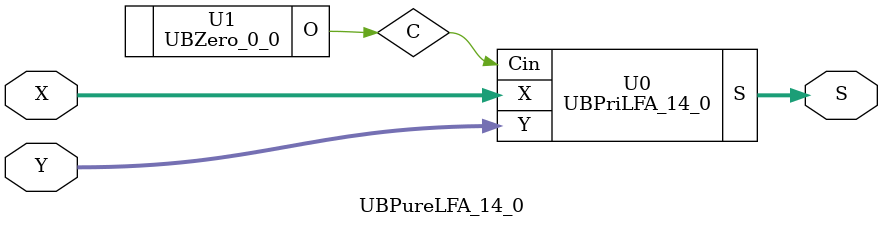
<source format=v>
/*----------------------------------------------------------------------------
  Copyright (c) 2021 Homma laboratory. All rights reserved.

  Top module: UBLFA_14_0_14_0

  Operand-1 length: 15
  Operand-2 length: 15
  Two-operand addition algorithm: Ladner-Fischer adder
----------------------------------------------------------------------------*/

module GPGenerator(Go, Po, A, B);
  output Go;
  output Po;
  input A;
  input B;
  assign Go = A & B;
  assign Po = A ^ B;
endmodule

module CarryOperator(Go, Po, Gi1, Pi1, Gi2, Pi2);
  output Go;
  output Po;
  input Gi1;
  input Gi2;
  input Pi1;
  input Pi2;
  assign Go = Gi1 | ( Gi2 & Pi1 );
  assign Po = Pi1 & Pi2;
endmodule

module UBPriLFA_14_0(S, X, Y, Cin);
  output [15:0] S;
  input Cin;
  input [14:0] X;
  input [14:0] Y;
  wire [14:0] G0;
  wire [14:0] G1;
  wire [14:0] G2;
  wire [14:0] G3;
  wire [14:0] G4;
  wire [14:0] P0;
  wire [14:0] P1;
  wire [14:0] P2;
  wire [14:0] P3;
  wire [14:0] P4;
  assign P1[0] = P0[0];
  assign G1[0] = G0[0];
  assign P1[2] = P0[2];
  assign G1[2] = G0[2];
  assign P1[4] = P0[4];
  assign G1[4] = G0[4];
  assign P1[6] = P0[6];
  assign G1[6] = G0[6];
  assign P1[8] = P0[8];
  assign G1[8] = G0[8];
  assign P1[10] = P0[10];
  assign G1[10] = G0[10];
  assign P1[12] = P0[12];
  assign G1[12] = G0[12];
  assign P1[14] = P0[14];
  assign G1[14] = G0[14];
  assign P2[0] = P1[0];
  assign G2[0] = G1[0];
  assign P2[1] = P1[1];
  assign G2[1] = G1[1];
  assign P2[4] = P1[4];
  assign G2[4] = G1[4];
  assign P2[5] = P1[5];
  assign G2[5] = G1[5];
  assign P2[8] = P1[8];
  assign G2[8] = G1[8];
  assign P2[9] = P1[9];
  assign G2[9] = G1[9];
  assign P2[12] = P1[12];
  assign G2[12] = G1[12];
  assign P2[13] = P1[13];
  assign G2[13] = G1[13];
  assign P3[0] = P2[0];
  assign G3[0] = G2[0];
  assign P3[1] = P2[1];
  assign G3[1] = G2[1];
  assign P3[2] = P2[2];
  assign G3[2] = G2[2];
  assign P3[3] = P2[3];
  assign G3[3] = G2[3];
  assign P3[8] = P2[8];
  assign G3[8] = G2[8];
  assign P3[9] = P2[9];
  assign G3[9] = G2[9];
  assign P3[10] = P2[10];
  assign G3[10] = G2[10];
  assign P3[11] = P2[11];
  assign G3[11] = G2[11];
  assign P4[0] = P3[0];
  assign G4[0] = G3[0];
  assign P4[1] = P3[1];
  assign G4[1] = G3[1];
  assign P4[2] = P3[2];
  assign G4[2] = G3[2];
  assign P4[3] = P3[3];
  assign G4[3] = G3[3];
  assign P4[4] = P3[4];
  assign G4[4] = G3[4];
  assign P4[5] = P3[5];
  assign G4[5] = G3[5];
  assign P4[6] = P3[6];
  assign G4[6] = G3[6];
  assign P4[7] = P3[7];
  assign G4[7] = G3[7];
  assign S[0] = Cin ^ P0[0];
  assign S[1] = ( G4[0] | ( P4[0] & Cin ) ) ^ P0[1];
  assign S[2] = ( G4[1] | ( P4[1] & Cin ) ) ^ P0[2];
  assign S[3] = ( G4[2] | ( P4[2] & Cin ) ) ^ P0[3];
  assign S[4] = ( G4[3] | ( P4[3] & Cin ) ) ^ P0[4];
  assign S[5] = ( G4[4] | ( P4[4] & Cin ) ) ^ P0[5];
  assign S[6] = ( G4[5] | ( P4[5] & Cin ) ) ^ P0[6];
  assign S[7] = ( G4[6] | ( P4[6] & Cin ) ) ^ P0[7];
  assign S[8] = ( G4[7] | ( P4[7] & Cin ) ) ^ P0[8];
  assign S[9] = ( G4[8] | ( P4[8] & Cin ) ) ^ P0[9];
  assign S[10] = ( G4[9] | ( P4[9] & Cin ) ) ^ P0[10];
  assign S[11] = ( G4[10] | ( P4[10] & Cin ) ) ^ P0[11];
  assign S[12] = ( G4[11] | ( P4[11] & Cin ) ) ^ P0[12];
  assign S[13] = ( G4[12] | ( P4[12] & Cin ) ) ^ P0[13];
  assign S[14] = ( G4[13] | ( P4[13] & Cin ) ) ^ P0[14];
  assign S[15] = G4[14] | ( P4[14] & Cin );
  GPGenerator U0 (G0[0], P0[0], X[0], Y[0]);
  GPGenerator U1 (G0[1], P0[1], X[1], Y[1]);
  GPGenerator U2 (G0[2], P0[2], X[2], Y[2]);
  GPGenerator U3 (G0[3], P0[3], X[3], Y[3]);
  GPGenerator U4 (G0[4], P0[4], X[4], Y[4]);
  GPGenerator U5 (G0[5], P0[5], X[5], Y[5]);
  GPGenerator U6 (G0[6], P0[6], X[6], Y[6]);
  GPGenerator U7 (G0[7], P0[7], X[7], Y[7]);
  GPGenerator U8 (G0[8], P0[8], X[8], Y[8]);
  GPGenerator U9 (G0[9], P0[9], X[9], Y[9]);
  GPGenerator U10 (G0[10], P0[10], X[10], Y[10]);
  GPGenerator U11 (G0[11], P0[11], X[11], Y[11]);
  GPGenerator U12 (G0[12], P0[12], X[12], Y[12]);
  GPGenerator U13 (G0[13], P0[13], X[13], Y[13]);
  GPGenerator U14 (G0[14], P0[14], X[14], Y[14]);
  CarryOperator U15 (G1[1], P1[1], G0[1], P0[1], G0[0], P0[0]);
  CarryOperator U16 (G1[3], P1[3], G0[3], P0[3], G0[2], P0[2]);
  CarryOperator U17 (G1[5], P1[5], G0[5], P0[5], G0[4], P0[4]);
  CarryOperator U18 (G1[7], P1[7], G0[7], P0[7], G0[6], P0[6]);
  CarryOperator U19 (G1[9], P1[9], G0[9], P0[9], G0[8], P0[8]);
  CarryOperator U20 (G1[11], P1[11], G0[11], P0[11], G0[10], P0[10]);
  CarryOperator U21 (G1[13], P1[13], G0[13], P0[13], G0[12], P0[12]);
  CarryOperator U22 (G2[2], P2[2], G1[2], P1[2], G1[1], P1[1]);
  CarryOperator U23 (G2[3], P2[3], G1[3], P1[3], G1[1], P1[1]);
  CarryOperator U24 (G2[6], P2[6], G1[6], P1[6], G1[5], P1[5]);
  CarryOperator U25 (G2[7], P2[7], G1[7], P1[7], G1[5], P1[5]);
  CarryOperator U26 (G2[10], P2[10], G1[10], P1[10], G1[9], P1[9]);
  CarryOperator U27 (G2[11], P2[11], G1[11], P1[11], G1[9], P1[9]);
  CarryOperator U28 (G2[14], P2[14], G1[14], P1[14], G1[13], P1[13]);
  CarryOperator U29 (G3[4], P3[4], G2[4], P2[4], G2[3], P2[3]);
  CarryOperator U30 (G3[5], P3[5], G2[5], P2[5], G2[3], P2[3]);
  CarryOperator U31 (G3[6], P3[6], G2[6], P2[6], G2[3], P2[3]);
  CarryOperator U32 (G3[7], P3[7], G2[7], P2[7], G2[3], P2[3]);
  CarryOperator U33 (G3[12], P3[12], G2[12], P2[12], G2[11], P2[11]);
  CarryOperator U34 (G3[13], P3[13], G2[13], P2[13], G2[11], P2[11]);
  CarryOperator U35 (G3[14], P3[14], G2[14], P2[14], G2[11], P2[11]);
  CarryOperator U36 (G4[8], P4[8], G3[8], P3[8], G3[7], P3[7]);
  CarryOperator U37 (G4[9], P4[9], G3[9], P3[9], G3[7], P3[7]);
  CarryOperator U38 (G4[10], P4[10], G3[10], P3[10], G3[7], P3[7]);
  CarryOperator U39 (G4[11], P4[11], G3[11], P3[11], G3[7], P3[7]);
  CarryOperator U40 (G4[12], P4[12], G3[12], P3[12], G3[7], P3[7]);
  CarryOperator U41 (G4[13], P4[13], G3[13], P3[13], G3[7], P3[7]);
  CarryOperator U42 (G4[14], P4[14], G3[14], P3[14], G3[7], P3[7]);
endmodule

module UBZero_0_0(O);
  output [0:0] O;
  assign O[0] = 0;
endmodule

module UBLFA_14_0_14_0 (S, X, Y);
  output [15:0] S;
  input [14:0] X;
  input [14:0] Y;
  UBPureLFA_14_0 U0 (S[15:0], X[14:0], Y[14:0]);
endmodule

module UBPureLFA_14_0 (S, X, Y);
  output [15:0] S;
  input [14:0] X;
  input [14:0] Y;
  wire C;
  UBPriLFA_14_0 U0 (S, X, Y, C);
  UBZero_0_0 U1 (C);
endmodule


</source>
